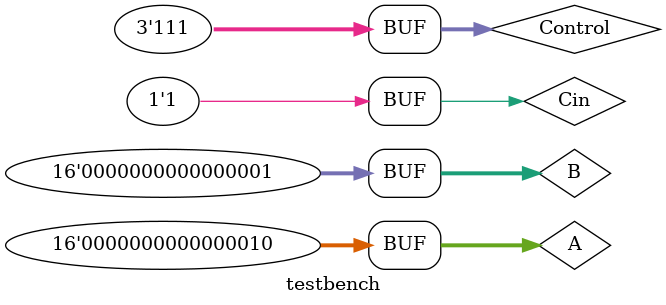
<source format=v>
`timescale 1ns / 1ps

module ALU_16bit(A, B, Cin, Control, Result, Cout);
    input [15:0] A, B;
    input Cin;
    input [2:0] Control;
    output reg [15:0] Result;
    output reg Cout;
    
    always @(*) begin
        case(Control)
          3'b000: {Cout, Result} <= A + B + Cin;
          3'b001: {Cout, Result} <= A - B - Cin;
          3'b010: {Cout, Result} <= A | B;
          3'b011: {Cout, Result} <= A & B;
          3'b100: {Cout, Result} <= {1'b0, A[14:0], 1'b0};//shift left(append 0)
          3'b101: {Cout, Result} <= {2'b00, A[15:1]};//shift right(append 0)
          3'b110: {Cout, Result} <= {1'b0, A[14:0], A[15]};
          3'b111: {Cout, Result} <= {1'b0, A[0], A[15:1]};
           endcase
         end
         
      endmodule        
    
    
    
    
module testbench();
    reg [15:0] A, B;
    reg Cin;
    reg [2:0] Control;
    wire [15:0] Result;
    wire Cout;
    
    ALU_16bit uut(A, B, Cin, Control, Result, Cout);
    
    initial begin
        $monitor("A=%b, B=%b, Cin=%b, Control=%b, Result=%b, Cout=%b", A, B, Cin, Control, Result, Cout);
        
        //A = 3'b010;
        //B = 3'b001;
        A = 16'b0000000000000010; // A = 2 in decimal
        B = 16'b0000000000000001;
        Cin = 1'b1;
        
        Control = 3'b000;
        #100;
        Control = 3'b001;
        #100;
        Control = 3'b010;
        #100;
        Control = 3'b011;
        #100;
        Control = 3'b100;
        #100;
        Control = 3'b101;
        #100;
        Control = 3'b110;
        #100;
        Control = 3'b111;
        #100;
     end
endmodule
</source>
